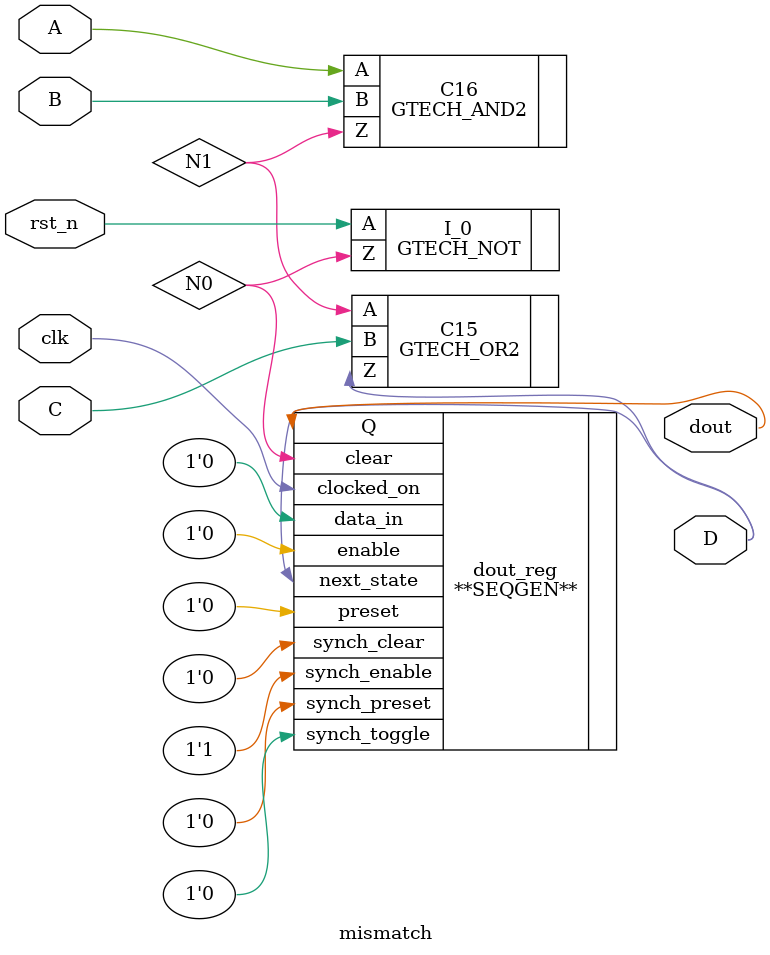
<source format=v>


module mismatch ( clk, rst_n, A, B, C, D, dout );
  input clk, rst_n, A, B, C;
  output D, dout;
  wire   N0, N1;

  \**SEQGEN**  dout_reg ( .clear(N0), .preset(1'b0), .next_state(D), 
        .clocked_on(clk), .data_in(1'b0), .enable(1'b0), .Q(dout), 
        .synch_clear(1'b0), .synch_preset(1'b0), .synch_toggle(1'b0), 
        .synch_enable(1'b1) );
  GTECH_OR2 C15 ( .A(N1), .B(C), .Z(D) );
  GTECH_AND2 C16 ( .A(A), .B(B), .Z(N1) );
  GTECH_NOT I_0 ( .A(rst_n), .Z(N0) );
endmodule
</source>
